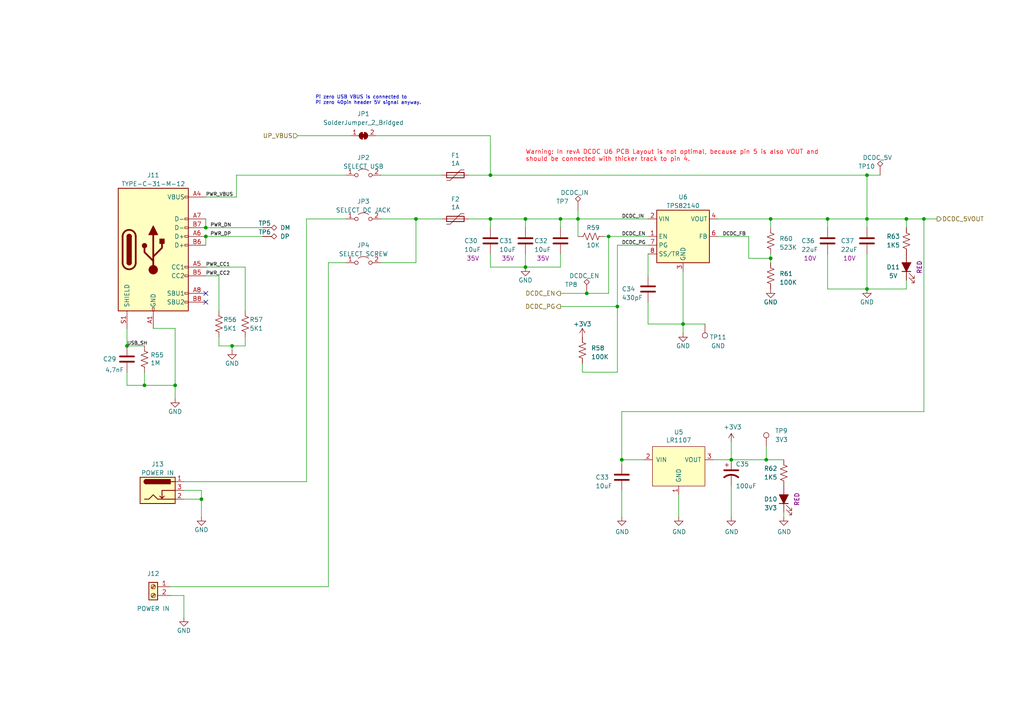
<source format=kicad_sch>
(kicad_sch (version 20230121) (generator eeschema)
  (paper "A4")
  (title_block (title "VoltHub7") (date "2024-01-26") (rev "A") (company "Voltlog") (comment 1 "All resistors are 1% unless otherwise mentioned.") (comment 2 "License GPLv3"))
  (lib_symbols
    (symbol "Connector:Barrel_Jack_Switch" (pin_names hide)
      (property "Reference" "J" (at 0 5.334 0))
      (property "Value" "Barrel_Jack_Switch" (at 0 -5.08 0))
      (symbol "Barrel_Jack_Switch_0_1"
        (rectangle (start -5.08 3.81) (end 5.08 -3.81) (stroke (width 0.254)) (fill (type background)))
        (arc (start -3.302 3.175) (mid -3.9343 2.54) (end -3.302 1.905) (stroke (width 0.254)))
        (arc (start -3.302 3.175) (mid -3.9343 2.54) (end -3.302 1.905) (stroke (width 0.254)) (fill (type outline)))
        (polyline (pts (xy 1.27 -2.286) (xy 1.905 -1.651)) (stroke (width 0.254)))
        (polyline (pts (xy 5.08 2.54) (xy 3.81 2.54)) (stroke (width 0.254)))
        (polyline (pts (xy 5.08 0) (xy 1.27 0) (xy 1.27 -2.286) (xy 0.635 -1.651)) (stroke (width 0.254)))
        (polyline (pts (xy -3.81 -2.54) (xy -2.54 -2.54) (xy -1.27 -1.27) (xy 0 -2.54) (xy 2.54 -2.54) (xy 5.08 -2.54)) (stroke (width 0.254)))
        (rectangle (start 3.683 3.175) (end -3.302 1.905) (stroke (width 0.254)) (fill (type outline)))
      )
      (symbol "Barrel_Jack_Switch_1_1"
        (pin passive line (at 7.62 2.54 180) (length 2.54) (name "~") (number "1"))
        (pin passive line (at 7.62 -2.54 180) (length 2.54) (name "~") (number "2"))
        (pin passive line (at 7.62 0 180) (length 2.54) (name "~") (number "3"))
      )
    )
    (symbol "Connector:Screw_Terminal_01x02" (pin_names (offset 1.016) hide)
      (property "Reference" "J" (at 0 2.54 0))
      (property "Value" "Screw_Terminal_01x02" (at 0 -5.08 0))
      (symbol "Screw_Terminal_01x02_1_1"
        (rectangle (start -1.27 1.27) (end 1.27 -3.81) (stroke (width 0.254)) (fill (type background)))
        (circle (center 0 -2.54) (radius 0.635) (stroke (width 0.1524)))
        (polyline (pts (xy -0.5334 -2.2098) (xy 0.3302 -3.048)) (stroke (width 0.1524)))
        (polyline (pts (xy -0.5334 0.3302) (xy 0.3302 -0.508)) (stroke (width 0.1524)))
        (polyline (pts (xy -0.3556 -2.032) (xy 0.508 -2.8702)) (stroke (width 0.1524)))
        (polyline (pts (xy -0.3556 0.508) (xy 0.508 -0.3302)) (stroke (width 0.1524)))
        (circle (center 0 0) (radius 0.635) (stroke (width 0.1524)))
        (pin passive line (at -5.08 0 0) (length 3.81) (name "Pin_1") (number "1"))
        (pin passive line (at -5.08 -2.54 0) (length 3.81) (name "Pin_2") (number "2"))
      )
    )
    (symbol "Connector:TestPoint" (pin_numbers hide) (pin_names (offset 0.762) hide)
      (property "Reference" "TP" (at 0 6.858 0))
      (property "Value" "TestPoint" (at 0 5.08 0))
      (symbol "TestPoint_0_1"
        (circle (center 0 3.302) (radius 0.762))
      )
      (symbol "TestPoint_1_1"
        (pin passive line (at 0 0 90) (length 2.54) (name "1") (number "1"))
      )
    )
    (symbol "Connector:TestPoint_Alt" (pin_numbers hide) (pin_names (offset 0.762) hide)
      (property "Reference" "TP" (at 0 6.858 0))
      (property "Value" "TestPoint_Alt" (at 0 5.08 0))
      (symbol "TestPoint_Alt_0_1"
        (polyline (pts (xy 0 2.54) (xy -0.762 3.302) (xy 0 4.064) (xy 0.762 3.302) (xy 0 2.54)))
      )
      (symbol "TestPoint_Alt_1_1"
        (pin passive line (at 0 0 90) (length 2.54) (name "1") (number "1"))
      )
    )
    (symbol "Device:C" (pin_numbers hide) (pin_names (offset 0.254))
      (property "Reference" "C" (at 0.635 2.54 0))
      (property "Value" "C" (at 0.635 -2.54 0))
      (symbol "C_0_1"
        (polyline (pts (xy -2.032 -0.762) (xy 2.032 -0.762)) (stroke (width 0.508)))
        (polyline (pts (xy -2.032 0.762) (xy 2.032 0.762)) (stroke (width 0.508)))
      )
      (symbol "C_1_1"
        (pin passive line (at 0 3.81 270) (length 2.794) (name "~") (number "1"))
        (pin passive line (at 0 -3.81 90) (length 2.794) (name "~") (number "2"))
      )
    )
    (symbol "Device:C_Polarized_US" (pin_numbers hide) (pin_names (offset 0.254) hide)
      (property "Reference" "C" (at 0.635 2.54 0))
      (property "Value" "C_Polarized_US" (at 0.635 -2.54 0))
      (symbol "C_Polarized_US_0_1"
        (polyline (pts (xy -2.032 0.762) (xy 2.032 0.762)) (stroke (width 0.508)))
        (polyline (pts (xy -1.778 2.286) (xy -0.762 2.286)))
        (polyline (pts (xy -1.27 1.778) (xy -1.27 2.794)))
        (arc (start 2.032 -1.27) (mid 0 -0.5572) (end -2.032 -1.27) (stroke (width 0.508)))
      )
      (symbol "C_Polarized_US_1_1"
        (pin passive line (at 0 3.81 270) (length 2.794) (name "~") (number "1"))
        (pin passive line (at 0 -3.81 90) (length 3.302) (name "~") (number "2"))
      )
    )
    (symbol "Device:LED_Filled" (pin_numbers hide) (pin_names (offset 1.016) hide)
      (property "Reference" "D" (at 0 2.54 0))
      (property "Value" "LED_Filled" (at 0 -2.54 0))
      (symbol "LED_Filled_0_1"
        (polyline (pts (xy -1.27 -1.27) (xy -1.27 1.27)) (stroke (width 0.254)))
        (polyline (pts (xy -1.27 0) (xy 1.27 0)))
        (polyline (pts (xy 1.27 -1.27) (xy 1.27 1.27) (xy -1.27 0) (xy 1.27 -1.27)) (stroke (width 0.254)) (fill (type outline)))
        (polyline (pts (xy -3.048 -0.762) (xy -4.572 -2.286) (xy -3.81 -2.286) (xy -4.572 -2.286) (xy -4.572 -1.524)))
        (polyline (pts (xy -1.778 -0.762) (xy -3.302 -2.286) (xy -2.54 -2.286) (xy -3.302 -2.286) (xy -3.302 -1.524)))
      )
      (symbol "LED_Filled_1_1"
        (pin passive line (at -3.81 0 0) (length 2.54) (name "K") (number "1"))
        (pin passive line (at 3.81 0 180) (length 2.54) (name "A") (number "2"))
      )
    )
    (symbol "Device:Polyfuse" (pin_numbers hide) (pin_names (offset 0))
      (property "Reference" "F" (at -2.54 0 90))
      (property "Value" "Polyfuse" (at 2.54 0 90))
      (symbol "Polyfuse_0_1"
        (rectangle (start -0.762 2.54) (end 0.762 -2.54) (stroke (width 0.254)))
        (polyline (pts (xy 0 2.54) (xy 0 -2.54)))
        (polyline (pts (xy -1.524 2.54) (xy -1.524 1.524) (xy 1.524 -1.524) (xy 1.524 -2.54)))
      )
      (symbol "Polyfuse_1_1"
        (pin passive line (at 0 3.81 270) (length 1.27) (name "~") (number "1"))
        (pin passive line (at 0 -3.81 90) (length 1.27) (name "~") (number "2"))
      )
    )
    (symbol "Device:R_US" (pin_numbers hide) (pin_names (offset 0))
      (property "Reference" "R" (at 2.54 0 90))
      (property "Value" "R_US" (at -2.54 0 90))
      (symbol "R_US_0_1"
        (polyline (pts (xy 0 -2.286) (xy 0 -2.54)))
        (polyline (pts (xy 0 2.286) (xy 0 2.54)))
        (polyline (pts (xy 0 -0.762) (xy 1.016 -1.143) (xy 0 -1.524) (xy -1.016 -1.905) (xy 0 -2.286)))
        (polyline (pts (xy 0 0.762) (xy 1.016 0.381) (xy 0 0) (xy -1.016 -0.381) (xy 0 -0.762)))
        (polyline (pts (xy 0 2.286) (xy 1.016 1.905) (xy 0 1.524) (xy -1.016 1.143) (xy 0 0.762)))
      )
      (symbol "R_US_1_1"
        (pin passive line (at 0 3.81 270) (length 1.27) (name "~") (number "1"))
        (pin passive line (at 0 -3.81 90) (length 1.27) (name "~") (number "2"))
      )
    )
    (symbol "Jumper:Jumper_2_Open" (pin_names (offset 0) hide)
      (property "Reference" "JP" (at 0 2.794 0))
      (property "Value" "Jumper_2_Open" (at 0 -2.286 0))
      (symbol "Jumper_2_Open_0_0"
        (circle (center -2.032 0) (radius 0.508))
        (circle (center 2.032 0) (radius 0.508))
      )
      (symbol "Jumper_2_Open_0_1"
        (arc (start 1.524 1.27) (mid 0 1.778) (end -1.524 1.27))
      )
      (symbol "Jumper_2_Open_1_1"
        (pin passive line (at -5.08 0 0) (length 2.54) (name "A") (number "1"))
        (pin passive line (at 5.08 0 180) (length 2.54) (name "B") (number "2"))
      )
    )
    (symbol "Jumper:SolderJumper_2_Bridged" (pin_names (offset 0) hide)
      (property "Reference" "JP" (at 0 2.032 0))
      (property "Value" "SolderJumper_2_Bridged" (at 0 -2.54 0))
      (symbol "SolderJumper_2_Bridged_0_1"
        (rectangle (start -0.508 0.508) (end 0.508 -0.508) (fill (type outline)))
        (arc (start -0.254 1.016) (mid -1.2656 0) (end -0.254 -1.016))
        (arc (start -0.254 1.016) (mid -1.2656 0) (end -0.254 -1.016) (fill (type outline)))
        (polyline (pts (xy -0.254 1.016) (xy -0.254 -1.016)))
        (polyline (pts (xy 0.254 1.016) (xy 0.254 -1.016)))
        (arc (start 0.254 -1.016) (mid 1.2656 0) (end 0.254 1.016))
        (arc (start 0.254 -1.016) (mid 1.2656 0) (end 0.254 1.016) (fill (type outline)))
      )
      (symbol "SolderJumper_2_Bridged_1_1"
        (pin passive line (at -3.81 0 0) (length 2.54) (name "A") (number "1"))
        (pin passive line (at 3.81 0 180) (length 2.54) (name "B") (number "2"))
      )
    )
    (symbol "Regulator_Switching:TPS82140"
      (property "Reference" "U" (at 1.27 11.43 0))
      (property "Value" "TPS82140" (at 5.08 8.89 0))
      (symbol "TPS82140_0_1"
        (rectangle (start -7.62 7.62) (end 7.62 -7.62) (stroke (width 0.254)) (fill (type background)))
      )
      (symbol "TPS82140_1_1"
        (pin input line (at -10.16 0 0) (length 2.54) (name "EN") (number "1"))
        (pin power_in line (at -10.16 5.08 0) (length 2.54) (name "VIN") (number "2"))
        (pin power_in line (at 0 -10.16 90) (length 2.54) (name "GND") (number "3"))
        (pin power_out line (at 10.16 5.08 180) (length 2.54) (name "VOUT") (number "4"))
        (pin passive line (at 10.16 5.08 180) (length 2.54) hide (name "VOUT") (number "5"))
        (pin input line (at 10.16 0 180) (length 2.54) (name "FB") (number "6"))
        (pin open_collector line (at -10.16 -2.54 0) (length 2.54) (name "PG") (number "7"))
        (pin input line (at -10.16 -5.08 0) (length 2.54) (name "SS/TR") (number "8"))
        (pin passive line (at 0 -10.16 90) (length 2.54) hide (name "GND") (number "9"))
      )
    )
    (symbol "Voltlog:USB_C_Receptacle_USB2.0" (pin_names (offset 1.016))
      (property "Reference" "J" (at -10.16 19.05 0))
      (property "Value" "USB_C_Receptacle_USB2.0" (at 19.05 19.05 0))
      (symbol "USB_C_Receptacle_USB2.0_0_0"
        (rectangle (start -0.254 -17.78) (end 0.254 -16.764))
        (rectangle (start 10.16 -14.986) (end 9.144 -15.494))
        (rectangle (start 10.16 -12.446) (end 9.144 -12.954))
        (rectangle (start 10.16 -7.366) (end 9.144 -7.874))
        (rectangle (start 10.16 -4.826) (end 9.144 -5.334))
        (rectangle (start 10.16 1.524) (end 9.144 1.016))
        (rectangle (start 10.16 4.064) (end 9.144 3.556))
        (rectangle (start 10.16 6.604) (end 9.144 6.096))
        (rectangle (start 10.16 9.144) (end 9.144 8.636))
        (rectangle (start 10.16 15.494) (end 9.144 14.986))
      )
      (symbol "USB_C_Receptacle_USB2.0_0_1"
        (rectangle (start -10.16 17.78) (end 10.16 -17.78) (stroke (width 0.254)) (fill (type background)))
        (arc (start -8.89 -3.81) (mid -6.985 -5.7067) (end -5.08 -3.81) (stroke (width 0.508)))
        (arc (start -7.62 -3.81) (mid -6.985 -4.4423) (end -6.35 -3.81) (stroke (width 0.254)))
        (arc (start -7.62 -3.81) (mid -6.985 -4.4423) (end -6.35 -3.81) (stroke (width 0.254)) (fill (type outline)))
        (rectangle (start -7.62 -3.81) (end -6.35 3.81) (stroke (width 0.254)) (fill (type outline)))
        (arc (start -6.35 3.81) (mid -6.985 4.4423) (end -7.62 3.81) (stroke (width 0.254)))
        (arc (start -6.35 3.81) (mid -6.985 4.4423) (end -7.62 3.81) (stroke (width 0.254)) (fill (type outline)))
        (arc (start -5.08 3.81) (mid -6.985 5.7067) (end -8.89 3.81) (stroke (width 0.508)))
        (circle (center -2.54 1.143) (radius 0.635) (stroke (width 0.254)) (fill (type outline)))
        (circle (center 0 -5.842) (radius 1.27) (fill (type outline)))
        (polyline (pts (xy -8.89 -3.81) (xy -8.89 3.81)) (stroke (width 0.508)))
        (polyline (pts (xy -5.08 3.81) (xy -5.08 -3.81)) (stroke (width 0.508)))
        (polyline (pts (xy 0 -5.842) (xy 0 4.318)) (stroke (width 0.508)))
        (polyline (pts (xy 0 -3.302) (xy -2.54 -0.762) (xy -2.54 0.508)) (stroke (width 0.508)))
        (polyline (pts (xy 0 -2.032) (xy 2.54 0.508) (xy 2.54 1.778)) (stroke (width 0.508)))
        (polyline (pts (xy -1.27 4.318) (xy 0 6.858) (xy 1.27 4.318) (xy -1.27 4.318)) (stroke (width 0.254)) (fill (type outline)))
        (rectangle (start 1.905 1.778) (end 3.175 3.048) (stroke (width 0.254)) (fill (type outline)))
      )
      (symbol "USB_C_Receptacle_USB2.0_1_1"
        (pin power_in line (at 0 -22.86 90) (length 5.08) (name "GND") (number "A1"))
        (pin passive line (at 0 -22.86 90) (length 5.08) hide (name "GND") (number "A12"))
        (pin power_in line (at 15.24 15.24 180) (length 5.08) (name "VBUS") (number "A4"))
        (pin bidirectional line (at 15.24 -5.08 180) (length 5.08) (name "CC1") (number "A5"))
        (pin bidirectional line (at 15.24 3.81 180) (length 5.08) (name "D+") (number "A6"))
        (pin bidirectional line (at 15.24 8.89 180) (length 5.08) (name "D-") (number "A7"))
        (pin bidirectional line (at 15.24 -12.7 180) (length 5.08) (name "SBU1") (number "A8"))
        (pin passive line (at 15.24 15.24 180) (length 5.08) hide (name "VBUS") (number "A9"))
        (pin passive line (at 0 -22.86 90) (length 5.08) hide (name "GND") (number "B1"))
        (pin passive line (at 0 -22.86 90) (length 5.08) hide (name "GND") (number "B12"))
        (pin passive line (at 15.24 15.24 180) (length 5.08) hide (name "VBUS") (number "B4"))
        (pin bidirectional line (at 15.24 -7.62 180) (length 5.08) (name "CC2") (number "B5"))
        (pin bidirectional line (at 15.24 1.27 180) (length 5.08) (name "D+") (number "B6"))
        (pin bidirectional line (at 15.24 6.35 180) (length 5.08) (name "D-") (number "B7"))
        (pin bidirectional line (at 15.24 -15.24 180) (length 5.08) (name "SBU2") (number "B8"))
        (pin passive line (at 15.24 15.24 180) (length 5.08) hide (name "VBUS") (number "B9"))
        (pin passive line (at -7.62 -22.86 90) (length 5.08) (name "SHIELD") (number "S1"))
      )
    )
    (symbol "power:+3V3" (power) (pin_names (offset 0))
      (property "Value" "+3V3" (at 0 3.556 0))
      (symbol "+3V3_0_1"
        (polyline (pts (xy -0.762 1.27) (xy 0 2.54)))
        (polyline (pts (xy 0 0) (xy 0 2.54)))
        (polyline (pts (xy 0 2.54) (xy 0.762 1.27)))
      )
      (symbol "+3V3_1_1"
        (pin power_in line (at 0 0 90) (length 0) hide (name "+3V3") (number "1"))
      )
    )
    (symbol "power:GND" (power) (pin_names (offset 0))
      (property "Value" "GND" (at 0 -3.81 0))
      (symbol "GND_0_1"
        (polyline (pts (xy 0 0) (xy 0 -1.27) (xy 1.27 -1.27) (xy 0 -2.54) (xy -1.27 -1.27) (xy 0 -1.27)))
      )
      (symbol "GND_1_1"
        (pin power_in line (at 0 0 270) (length 0) hide (name "GND") (number "1"))
      )
    )
    (symbol "voltlog:LR1107" (pin_names (offset 1.016))
      (property "Reference" "U" (at -6.35 6.35 0))
      (property "Value" "LR1107" (at 3.81 6.35 0))
      (symbol "LR1107_0_1"
        (rectangle (start -7.62 5.08) (end 7.62 -6.35) (fill (type background)))
      )
      (symbol "LR1107_1_1"
        (pin passive line (at 0 -8.89 90) (length 2.54) (name "GND") (number "1"))
        (pin power_in line (at -10.16 1.27 0) (length 2.54) (name "VIN") (number "2"))
        (pin power_out line (at 10.16 1.27 180) (length 2.54) (name "VOUT") (number "3"))
      )
    )
  )
  (junction (at 41.91 111.76))
  (junction (at 167.64 63.5))
  (junction (at 198.12 93.98))
  (junction (at 59.69 66.04))
  (junction (at 152.4 77.47))
  (junction (at 120.65 63.5))
  (junction (at 162.56 63.5))
  (junction (at 251.46 50.8))
  (junction (at 152.4 63.5))
  (junction (at 251.46 83.82))
  (junction (at 180.34 133.35))
  (junction (at 59.69 68.58))
  (junction (at 212.09 133.35))
  (junction (at 170.18 85.09))
  (junction (at 223.52 63.5))
  (junction (at 142.24 63.5))
  (junction (at 262.89 63.5))
  (junction (at 58.42 144.78))
  (junction (at 179.07 88.9))
  (junction (at 142.24 50.8))
  (junction (at 267.97 63.5))
  (junction (at 222.25 133.35))
  (junction (at 50.8 111.76))
  (junction (at 176.53 68.58))
  (junction (at 67.31 100.33))
  (junction (at 240.03 63.5))
  (junction (at 251.46 63.5))
  (junction (at 223.52 74.93))
  (junction (at 36.83 100.33))
  (no_connect (at 59.69 87.63))
  (no_connect (at 59.69 85.09))
  (wire (pts (xy 162.56 73.66) (xy 162.56 77.47)))
  (wire (pts (xy 180.34 119.38) (xy 180.34 133.35)))
  (wire (pts (xy 223.52 63.5) (xy 240.03 63.5)))
  (wire (pts (xy 120.65 76.2) (xy 120.65 63.5)))
  (wire (pts (xy 63.5 90.17) (xy 63.5 80.01)))
  (wire (pts (xy 176.53 85.09) (xy 176.53 68.58)))
  (wire (pts (xy 68.58 50.8) (xy 100.33 50.8)))
  (wire (pts (xy 63.5 80.01) (xy 59.69 80.01)))
  (wire (pts (xy 68.58 57.15) (xy 68.58 50.8)))
  (wire (pts (xy 207.01 133.35) (xy 212.09 133.35)))
  (wire (pts (xy 59.69 63.5) (xy 59.69 66.04)))
  (wire (pts (xy 152.4 77.47) (xy 142.24 77.47)))
  (wire (pts (xy 168.91 107.95) (xy 168.91 105.41)))
  (wire (pts (xy 142.24 63.5) (xy 142.24 66.04)))
  (wire (pts (xy 223.52 66.04) (xy 223.52 63.5)))
  (wire (pts (xy 212.09 133.35) (xy 222.25 133.35)))
  (wire (pts (xy 179.07 71.12) (xy 187.96 71.12)))
  (wire (pts (xy 162.56 77.47) (xy 152.4 77.47)))
  (wire (pts (xy 180.34 133.35) (xy 186.69 133.35)))
  (wire (pts (xy 41.91 107.95) (xy 41.91 111.76)))
  (wire (pts (xy 223.52 73.66) (xy 223.52 74.93)))
  (wire (pts (xy 59.69 68.58) (xy 76.2 68.58)))
  (wire (pts (xy 262.89 81.28) (xy 262.89 83.82)))
  (wire (pts (xy 251.46 83.82) (xy 240.03 83.82)))
  (wire (pts (xy 50.8 95.25) (xy 44.45 95.25)))
  (wire (pts (xy 142.24 50.8) (xy 251.46 50.8)))
  (wire (pts (xy 168.91 107.95) (xy 179.07 107.95)))
  (wire (pts (xy 198.12 93.98) (xy 198.12 96.52)))
  (wire (pts (xy 196.85 149.86) (xy 196.85 143.51)))
  (wire (pts (xy 179.07 71.12) (xy 179.07 88.9)))
  (wire (pts (xy 267.97 63.5) (xy 267.97 119.38)))
  (wire (pts (xy 176.53 68.58) (xy 187.96 68.58)))
  (wire (pts (xy 63.5 100.33) (xy 67.31 100.33)))
  (wire (pts (xy 50.8 111.76) (xy 50.8 115.57)))
  (wire (pts (xy 59.69 68.58) (xy 59.69 71.12)))
  (wire (pts (xy 63.5 97.79) (xy 63.5 100.33)))
  (wire (pts (xy 142.24 39.37) (xy 142.24 50.8)))
  (wire (pts (xy 187.96 93.98) (xy 198.12 93.98)))
  (wire (pts (xy 95.25 76.2) (xy 100.33 76.2)))
  (wire (pts (xy 120.65 63.5) (xy 128.27 63.5)))
  (wire (pts (xy 187.96 87.63) (xy 187.96 93.98)))
  (wire (pts (xy 110.49 76.2) (xy 120.65 76.2)))
  (wire (pts (xy 217.17 68.58) (xy 217.17 74.93)))
  (wire (pts (xy 262.89 83.82) (xy 251.46 83.82)))
  (wire (pts (xy 135.89 50.8) (xy 142.24 50.8)))
  (wire (pts (xy 59.69 77.47) (xy 71.12 77.47)))
  (wire (pts (xy 212.09 128.27) (xy 212.09 133.35)))
  (wire (pts (xy 208.28 63.5) (xy 223.52 63.5)))
  (wire (pts (xy 142.24 63.5) (xy 152.4 63.5)))
  (wire (pts (xy 110.49 63.5) (xy 120.65 63.5)))
  (wire (pts (xy 179.07 88.9) (xy 162.56 88.9)))
  (wire (pts (xy 67.31 100.33) (xy 71.12 100.33)))
  (wire (pts (xy 88.9 63.5) (xy 100.33 63.5)))
  (wire (pts (xy 162.56 85.09) (xy 170.18 85.09)))
  (wire (pts (xy 95.25 170.18) (xy 95.25 76.2)))
  (wire (pts (xy 222.25 129.54) (xy 222.25 133.35)))
  (wire (pts (xy 179.07 107.95) (xy 179.07 88.9)))
  (wire (pts (xy 53.34 142.24) (xy 58.42 142.24)))
  (wire (pts (xy 58.42 142.24) (xy 58.42 144.78)))
  (wire (pts (xy 49.53 172.72) (xy 53.34 172.72)))
  (wire (pts (xy 71.12 100.33) (xy 71.12 97.79)))
  (wire (pts (xy 262.89 63.5) (xy 251.46 63.5)))
  (wire (pts (xy 180.34 149.86) (xy 180.34 142.24)))
  (wire (pts (xy 167.64 63.5) (xy 167.64 68.58)))
  (wire (pts (xy 58.42 144.78) (xy 58.42 149.86)))
  (wire (pts (xy 222.25 133.35) (xy 227.33 133.35)))
  (wire (pts (xy 267.97 63.5) (xy 271.78 63.5)))
  (wire (pts (xy 110.49 50.8) (xy 128.27 50.8)))
  (wire (pts (xy 227.33 148.59) (xy 227.33 149.86)))
  (wire (pts (xy 167.64 63.5) (xy 187.96 63.5)))
  (wire (pts (xy 251.46 63.5) (xy 251.46 66.04)))
  (wire (pts (xy 262.89 63.5) (xy 267.97 63.5)))
  (wire (pts (xy 240.03 63.5) (xy 251.46 63.5)))
  (wire (pts (xy 142.24 77.47) (xy 142.24 73.66)))
  (wire (pts (xy 59.69 66.04) (xy 76.2 66.04)))
  (wire (pts (xy 175.26 68.58) (xy 176.53 68.58)))
  (wire (pts (xy 53.34 139.7) (xy 88.9 139.7)))
  (wire (pts (xy 135.89 63.5) (xy 142.24 63.5)))
  (wire (pts (xy 162.56 63.5) (xy 167.64 63.5)))
  (wire (pts (xy 251.46 50.8) (xy 251.46 63.5)))
  (wire (pts (xy 36.83 107.95) (xy 36.83 111.76)))
  (wire (pts (xy 152.4 63.5) (xy 152.4 66.04)))
  (wire (pts (xy 187.96 73.66) (xy 187.96 80.01)))
  (wire (pts (xy 251.46 73.66) (xy 251.46 83.82)))
  (wire (pts (xy 36.83 95.25) (xy 36.83 100.33)))
  (wire (pts (xy 240.03 73.66) (xy 240.03 83.82)))
  (wire (pts (xy 36.83 100.33) (xy 41.91 100.33)))
  (wire (pts (xy 217.17 74.93) (xy 223.52 74.93)))
  (wire (pts (xy 170.18 85.09) (xy 176.53 85.09)))
  (wire (pts (xy 71.12 77.47) (xy 71.12 90.17)))
  (wire (pts (xy 212.09 149.86) (xy 212.09 140.97)))
  (wire (pts (xy 251.46 50.8) (xy 255.27 50.8)))
  (wire (pts (xy 180.34 119.38) (xy 267.97 119.38)))
  (wire (pts (xy 88.9 139.7) (xy 88.9 63.5)))
  (wire (pts (xy 180.34 133.35) (xy 180.34 134.62)))
  (wire (pts (xy 198.12 93.98) (xy 198.12 78.74)))
  (wire (pts (xy 152.4 63.5) (xy 162.56 63.5)))
  (wire (pts (xy 152.4 73.66) (xy 152.4 77.47)))
  (wire (pts (xy 50.8 111.76) (xy 50.8 95.25)))
  (wire (pts (xy 240.03 63.5) (xy 240.03 66.04)))
  (wire (pts (xy 49.53 170.18) (xy 95.25 170.18)))
  (wire (pts (xy 53.34 144.78) (xy 58.42 144.78)))
  (wire (pts (xy 167.64 60.96) (xy 167.64 63.5)))
  (wire (pts (xy 223.52 74.93) (xy 223.52 76.2)))
  (wire (pts (xy 41.91 111.76) (xy 50.8 111.76)))
  (wire (pts (xy 109.22 39.37) (xy 142.24 39.37)))
  (wire (pts (xy 67.31 100.33) (xy 67.31 101.6)))
  (wire (pts (xy 208.28 68.58) (xy 217.17 68.58)))
  (wire (pts (xy 162.56 63.5) (xy 162.56 66.04)))
  (wire (pts (xy 53.34 172.72) (xy 53.34 179.07)))
  (wire (pts (xy 262.89 66.04) (xy 262.89 63.5)))
  (wire (pts (xy 198.12 93.98) (xy 204.47 93.98)))
  (wire (pts (xy 86.36 39.37) (xy 101.6 39.37)))
  (wire (pts (xy 36.83 111.76) (xy 41.91 111.76)))
  (wire (pts (xy 59.69 57.15) (xy 68.58 57.15)))
  (text "Pi zero USB VBUS is connected to \nPi zero 40pin header 5V signal anyway." (at 91.44 30.48 0) (effects (font (size 1 1)) (justify left bottom)))
  (text "Warning: In revA DCDC U6 PCB Layout is not optimal, because pin 5 is also VOUT and\nshould be connected with thicker track to pin 4." (at 152.4 46.99 0) (effects (font (size 1.27 1.27)) (justify left bottom)))
  (label "DCDC_IN" (at 180.34 63.5 0) (effects (font (size 1 1))))
  (label "PWR_VBUS" (at 59.69 57.15 0) (effects (font (size 1 1))))
  (label "DCDC_PG" (at 180.34 71.12 0) (effects (font (size 1 1))))
  (label "PWR_DP" (at 60.96 68.58 0) (effects (font (size 1 1))))
  (label "PWR_CC1" (at 59.69 77.47 0) (effects (font (size 1 1))))
  (label "PWR_DN" (at 60.96 66.04 0) (effects (font (size 1 1))))
  (label "DCDC_FB" (at 209.55 68.58 0) (effects (font (size 1 1))))
  (label "PWR_CC2" (at 59.69 80.01 0) (effects (font (size 1 1))))
  (label "DCDC_EN" (at 180.34 68.58 0) (effects (font (size 1 1))))
  (label "USB_SH" (at 36.83 100.33 0) (effects (font (size 1 1))))
  (hierarchical_label "UP_VBUS" (shape input) (at 86.36 39.37 180))
  (hierarchical_label "DCDC_EN" (shape output) (at 162.56 85.09 180))
  (hierarchical_label "DCDC_PG" (shape output) (at 162.56 88.9 180))
  (hierarchical_label "DCDC_5VOUT" (shape output) (at 271.78 63.5 0))
  (symbol (lib_id "power:GND") (at 251.46 83.82 0) (unit 1)
    (property "Reference" "#PWR050" (effects hide))
    (property "Value" "GND" (at 251.46 87.63 0))
  )
  (symbol (lib_id "power:GND") (at 53.34 179.07 0) (unit 1)
    (property "Reference" "#PWR038" (effects hide))
    (property "Value" "GND" (at 53.34 182.88 0))
  )
  (symbol (lib_id "power:GND") (at 198.12 96.52 0) (unit 1)
    (property "Reference" "#PWR045" (effects hide))
    (property "Value" "GND" (at 198.12 100.33 0))
  )
  (symbol (lib_id "Connector:TestPoint") (at 222.25 129.54 0) (unit 1) (in_bom no)
    (property "Reference" "TP9" (at 224.79 124.9679 0) (effects (justify left)))
    (property "Value" "3V3" (at 224.79 127.5079 0) (effects (justify left)))
    (property "Footprint" "TestPoint:TestPoint_Pad_D1.0mm" (effects hide))
    (instances (project "volthub7" (path "" (reference "TP9") (unit 1))) (project "tracker-pro" (path "" (reference "TP10") (unit 1))))
  )
  (symbol (lib_id "Device:R_US") (at 171.45 68.58 270) (unit 1)
    (property "Reference" "R59" (at 173.99 66.04 90) (effects (justify right)))
    (property "Value" "10K" (at 173.99 71.12 90) (effects (justify right)))
    (property "Footprint" "Resistor_SMD:R_0603_1608Metric" (effects hide))
    (property "LCSC" "C25804" (effects hide))
  )
  (symbol (lib_id "Device:C") (at 162.56 69.85 0) (unit 1)
    (property "Reference" "C32" (at 154.94 69.85 0) (effects (justify left)))
    (property "Value" "10uF" (at 154.94 72.39 0) (effects (justify left)))
    (property "Footprint" "Capacitor_SMD:C_0805_2012Metric" (effects hide))
    (property "LCSC" "C162422" (effects hide))
    (property "PN" "GRM21BR6YA106KE43L" (effects hide))
    (property "Voltage" "35V" (at 157.48 74.93 0))
    (instances (project "volthub7" (path "" (reference "C32") (unit 1))) (project "tracker-pro" (path "" (reference "C7") (unit 1))))
  )
  (symbol (lib_id "Device:Polyfuse") (at 132.08 50.8 270) (unit 1)
    (property "Reference" "F1" (at 132.08 45.085 90))
    (property "Value" "1A" (at 132.08 47.3964 90))
    (property "Footprint" "Fuse:Fuse_0805_2012Metric" (effects hide))
    (property "Datasheet" "https://datasheet.lcsc.com/lcsc/1912111437_Jinrui-Electronic-Materials-Co--JK-SMD0805-100_C369152.pdf" (effects hide))
    (property "LCSC" "C369152" (effects hide))
    (property "PN" "JK-SMD0805-100" (effects hide))
  )
  (symbol (lib_id "Device:C") (at 251.46 69.85 0) (unit 1)
    (property "Reference" "C37" (at 243.84 69.85 0) (effects (justify left)))
    (property "Value" "22uF" (at 243.84 72.39 0) (effects (justify left)))
    (property "Footprint" "Capacitor_SMD:C_0805_2012Metric" (effects hide))
    (property "LCSC" "C29277" (effects hide))
    (property "PN" "CL21A226MPQNNNE" (effects hide))
    (property "Voltage" "10V" (at 246.38 74.93 0))
    (instances (project "volthub7" (path "" (reference "C37") (unit 1))) (project "tracker-pro" (path "" (reference "C7") (unit 1))))
  )
  (symbol (lib_id "Device:C") (at 180.34 138.43 0) (unit 1)
    (property "Reference" "C33" (at 172.72 138.43 0) (effects (justify left)))
    (property "Value" "10uF" (at 172.72 140.97 0) (effects (justify left)))
    (property "Footprint" "Capacitor_SMD:C_0805_2012Metric" (effects hide))
    (property "LCSC" "C162422" (effects hide))
    (property "PN" "GRM21BR6YA106KE43L" (effects hide))
    (property "Voltage" "35V" (effects hide))
    (instances (project "volthub7" (path "" (reference "C33") (unit 1))) (project "tracker-pro" (path "" (reference "C7") (unit 1))))
  )
  (symbol (lib_id "Connector:TestPoint_Alt") (at 255.27 50.8 0) (unit 1) (in_bom no)
    (property "Reference" "TP10" (at 248.92 48.26 0) (effects (justify left)))
    (property "Value" "DCDC_5V" (at 250.19 45.72 0) (effects (justify left)))
    (property "Footprint" "TestPoint:TestPoint_Pad_D1.0mm" (effects hide))
  )
  (symbol (lib_id "Connector:Screw_Terminal_01x02") (at 44.45 170.18 0) (mirror y) (unit 1)
    (property "Reference" "J12" (at 44.45 166.37 0))
    (property "Value" "POWER IN" (at 44.45 176.53 0))
    (property "Footprint" "TerminalBlock_RND:TerminalBlock_RND_205-00287_1x02_P5.08mm_Horizontal" (effects hide))
  )
  (symbol (lib_id "power:GND") (at 223.52 83.82 0) (unit 1)
    (property "Reference" "#PWR048" (effects hide))
    (property "Value" "GND" (at 223.52 87.63 0))
  )
  (symbol (lib_id "power:GND") (at 50.8 115.57 0) (unit 1)
    (property "Reference" "#PWR037" (effects hide))
    (property "Value" "GND" (at 50.8 119.38 0))
  )
  (symbol (lib_id "Connector:TestPoint_Alt") (at 167.64 60.96 0) (unit 1) (in_bom no)
    (property "Reference" "TP7" (at 161.29 58.42 0) (effects (justify left)))
    (property "Value" "DCDC_IN" (at 162.56 55.88 0) (effects (justify left)))
    (property "Footprint" "TestPoint:TestPoint_Pad_D1.0mm" (effects hide))
  )
  (symbol (lib_id "power:GND") (at 212.09 149.86 0) (unit 1)
    (property "Reference" "#PWR047" (effects hide))
    (property "Value" "GND" (at 212.217 154.2542 0))
    (instances (project "volthub7" (path "" (reference "#PWR047") (unit 1))) (project "tracker-pro" (path "" (reference "#PWR055") (unit 1))))
  )
  (symbol (lib_id "Device:LED_Filled") (at 262.89 77.47 90) (unit 1)
    (property "Reference" "D11" (at 259.08 77.47 90))
    (property "Value" "5V" (at 259.08 80.01 90))
    (property "Footprint" "LED_SMD:LED_0603_1608Metric" (effects hide))
    (property "Color" "RED" (at 266.7 77.47 0))
    (property "LCSC" "C193902" (effects hide))
    (property "PN" "NCD0603R5" (effects hide))
  )
  (symbol (lib_id "Device:R_US") (at 71.12 93.98 180) (unit 1)
    (property "Reference" "R57" (at 72.39 92.71 0) (effects (justify right)))
    (property "Value" "5K1" (at 72.39 95.25 0) (effects (justify right)))
    (property "Footprint" "Resistor_SMD:R_0603_1608Metric" (effects hide))
  )
  (symbol (lib_id "Device:Polyfuse") (at 132.08 63.5 270) (unit 1)
    (property "Reference" "F2" (at 132.08 57.785 90))
    (property "Value" "1A" (at 132.08 60.0964 90))
    (property "Footprint" "Fuse:Fuse_0805_2012Metric" (effects hide))
    (property "Datasheet" "https://datasheet.lcsc.com/lcsc/1912111437_Jinrui-Electronic-Materials-Co--JK-SMD0805-100_C369152.pdf" (effects hide))
    (property "LCSC" "C369152" (effects hide))
    (property "PN" "JK-SMD0805-100" (effects hide))
    (instances (project "volthub7" (path "" (reference "F2") (unit 1))) (project "tracker-pro" (path "" (reference "F1") (unit 1))))
  )
  (symbol (lib_id "Device:R_US") (at 168.91 101.6 180) (unit 1)
    (property "Reference" "R58" (at 171.45 100.965 0) (effects (justify right)))
    (property "Value" "100K" (at 171.45 103.505 0) (effects (justify right)))
    (property "Footprint" "Resistor_SMD:R_0603_1608Metric" (effects hide))
    (property "LCSC" "C25803" (effects hide))
  )
  (symbol (lib_id "Device:C") (at 142.24 69.85 0) (unit 1)
    (property "Reference" "C30" (at 134.62 69.85 0) (effects (justify left)))
    (property "Value" "10uF" (at 134.62 72.39 0) (effects (justify left)))
    (property "Footprint" "Capacitor_SMD:C_0805_2012Metric" (effects hide))
    (property "LCSC" "C162422" (effects hide))
    (property "PN" "GRM21BR6YA106KE43L" (effects hide))
    (property "Voltage" "35V" (at 137.16 74.93 0))
    (instances (project "volthub7" (path "" (reference "C30") (unit 1))) (project "tracker-pro" (path "" (reference "C7") (unit 1))))
  )
  (symbol (lib_id "Jumper:Jumper_2_Open") (at 105.41 50.8 0) (unit 1)
    (property "Reference" "JP2" (at 105.41 45.72 0))
    (property "Value" "SELECT USB" (at 105.41 48.26 0))
    (property "Footprint" "Connector_PinHeader_2.54mm:PinHeader_1x02_P2.54mm_Vertical" (effects hide))
  )
  (symbol (lib_id "Device:R_US") (at 227.33 137.16 180) (unit 1)
    (property "Reference" "R62" (at 223.52 135.89 0))
    (property "Value" "1K5" (at 223.52 138.43 0))
    (property "Footprint" "Resistor_SMD:R_0603_1608Metric" (effects hide))
    (property "LCSC" "C21190" (effects hide))
  )
  (symbol (lib_id "Device:R_US") (at 223.52 69.85 180) (unit 1)
    (property "Reference" "R60" (at 226.06 69.215 0) (effects (justify right)))
    (property "Value" "523K" (at 226.06 71.755 0) (effects (justify right)))
    (property "Footprint" "Resistor_SMD:R_0603_1608Metric" (effects hide))
    (property "LCSC" "C5126197" (effects hide))
  )
  (symbol (lib_id "power:GND") (at 67.31 101.6 0) (unit 1)
    (property "Reference" "#PWR040" (effects hide))
    (property "Value" "GND" (at 67.31 105.41 0))
  )
  (symbol (lib_id "Connector:TestPoint_Alt") (at 170.18 85.09 0) (unit 1) (in_bom no)
    (property "Reference" "TP8" (at 163.83 82.55 0) (effects (justify left)))
    (property "Value" "DCDC_EN" (at 165.1 80.01 0) (effects (justify left)))
    (property "Footprint" "TestPoint:TestPoint_Pad_D1.0mm" (effects hide))
  )
  (symbol (lib_id "Device:R_US") (at 63.5 93.98 180) (unit 1)
    (property "Reference" "R56" (at 64.77 92.71 0) (effects (justify right)))
    (property "Value" "5K1" (at 64.77 95.25 0) (effects (justify right)))
    (property "Footprint" "Resistor_SMD:R_0603_1608Metric" (effects hide))
  )
  (symbol (lib_id "Device:R_US") (at 262.89 69.85 180) (unit 1)
    (property "Reference" "R63" (at 259.08 68.58 0))
    (property "Value" "1K5" (at 259.08 71.12 0))
    (property "Footprint" "Resistor_SMD:R_0603_1608Metric" (effects hide))
  )
  (symbol (lib_id "Device:R_US") (at 223.52 80.01 180) (unit 1)
    (property "Reference" "R61" (at 226.06 79.375 0) (effects (justify right)))
    (property "Value" "100K" (at 226.06 81.915 0) (effects (justify right)))
    (property "Footprint" "Resistor_SMD:R_0603_1608Metric" (effects hide))
    (property "LCSC" "C25803" (effects hide))
  )
  (symbol (lib_id "Connector:TestPoint_Alt") (at 76.2 66.04 270) (unit 1) (in_bom no)
    (property "Reference" "TP5" (at 74.93 64.77 90) (effects (justify left)))
    (property "Value" "DM" (at 81.28 66.04 90) (effects (justify left)))
    (property "Footprint" "TestPoint:TestPoint_Pad_D1.0mm" (effects hide))
  )
  (symbol (lib_id "Device:C_Polarized_US") (at 212.09 137.16 0) (unit 1)
    (property "Reference" "C35" (at 213.36 134.62 0) (effects (justify left)))
    (property "Value" "100uF" (at 213.36 140.97 0) (effects (justify left)))
    (property "Footprint" "Capacitor_SMD:CP_Elec_6.3x5.8" (effects hide))
    (property "Voltage" "10V" (effects hide))
    (property "LCSC" "C340720" (effects hide))
    (instances (project "volthub7" (path "" (reference "C35") (unit 1))) (project "tracker-pro" (path "" (reference "C29") (unit 1))))
  )
  (symbol (lib_id "power:GND") (at 196.85 149.86 0) (unit 1)
    (property "Reference" "#PWR044" (effects hide))
    (property "Value" "GND" (at 196.977 154.2542 0))
    (instances (project "volthub7" (path "" (reference "#PWR044") (unit 1))) (project "tracker-pro" (path "" (reference "#PWR052") (unit 1))))
  )
  (symbol (lib_id "Device:C") (at 152.4 69.85 0) (unit 1)
    (property "Reference" "C31" (at 144.78 69.85 0) (effects (justify left)))
    (property "Value" "10uF" (at 144.78 72.39 0) (effects (justify left)))
    (property "Footprint" "Capacitor_SMD:C_0805_2012Metric" (effects hide))
    (property "LCSC" "C162422" (effects hide))
    (property "PN" "GRM21BR6YA106KE43L" (effects hide))
    (property "Voltage" "35V" (at 147.32 74.93 0))
    (instances (project "volthub7" (path "" (reference "C31") (unit 1))) (project "tracker-pro" (path "" (reference "C7") (unit 1))))
  )
  (symbol (lib_id "power:+3V3") (at 212.09 128.27 0) (unit 1)
    (property "Reference" "#PWR046" (effects hide))
    (property "Value" "+3V3" (at 212.471 123.8758 0))
    (instances (project "volthub7" (path "" (reference "#PWR046") (unit 1))) (project "tracker-pro" (path "" (reference "#PWR054") (unit 1))))
  )
  (symbol (lib_id "power:GND") (at 152.4 77.47 0) (unit 1)
    (property "Reference" "#PWR041" (effects hide))
    (property "Value" "GND" (at 152.4 81.28 0))
  )
  (symbol (lib_id "Device:LED_Filled") (at 227.33 144.78 90) (unit 1)
    (property "Reference" "D10" (at 223.52 144.78 90))
    (property "Value" "3V3" (at 223.52 147.32 90))
    (property "Footprint" "LED_SMD:LED_0603_1608Metric" (effects hide))
    (property "Color" "RED" (at 231.14 144.78 0))
    (property "LCSC" "C193902" (effects hide))
    (property "PN" "NCD0603R5" (effects hide))
  )
  (symbol (lib_id "power:GND") (at 180.34 149.86 0) (unit 1)
    (property "Reference" "#PWR043" (effects hide))
    (property "Value" "GND" (at 180.467 154.2542 0))
    (instances (project "volthub7" (path "" (reference "#PWR043") (unit 1))) (project "tracker-pro" (path "" (reference "#PWR050") (unit 1))))
  )
  (symbol (lib_id "Jumper:Jumper_2_Open") (at 105.41 76.2 0) (unit 1)
    (property "Reference" "JP4" (at 105.41 71.12 0))
    (property "Value" "SELECT SCREW" (at 105.41 73.66 0))
    (property "Footprint" "Connector_PinHeader_2.54mm:PinHeader_1x02_P2.54mm_Vertical" (effects hide))
  )
  (symbol (lib_id "Connector:TestPoint_Alt") (at 76.2 68.58 270) (unit 1) (in_bom no)
    (property "Reference" "TP6" (at 74.93 67.31 90) (effects (justify left)))
    (property "Value" "DP" (at 81.28 68.58 90) (effects (justify left)))
    (property "Footprint" "TestPoint:TestPoint_Pad_D1.0mm" (effects hide))
  )
  (symbol (lib_id "Voltlog:USB_C_Receptacle_USB2.0") (at 44.45 72.39 0) (unit 1)
    (property "Reference" "J11" (at 44.45 50.8 0))
    (property "Value" "TYPE-C-31-M-12" (at 44.45 53.34 0))
    (property "Footprint" "Voltlog:USB_C_Receptacle_HRO_TYPE-C-31-M-12" (effects hide))
    (property "Datasheet" "https://www.usb.org/sites/default/files/documents/usb_type-c.zip" (effects hide))
    (property "LCSC" "C165948" (effects hide))
  )
  (symbol (lib_id "Device:C") (at 240.03 69.85 0) (unit 1)
    (property "Reference" "C36" (at 232.41 69.85 0) (effects (justify left)))
    (property "Value" "22uF" (at 232.41 72.39 0) (effects (justify left)))
    (property "Footprint" "Capacitor_SMD:C_0805_2012Metric" (effects hide))
    (property "LCSC" "C29277" (effects hide))
    (property "PN" "CL21A226MPQNNNE" (effects hide))
    (property "Voltage" "10V" (at 234.95 74.93 0))
    (instances (project "volthub7" (path "" (reference "C36") (unit 1))) (project "tracker-pro" (path "" (reference "C7") (unit 1))))
  )
  (symbol (lib_id "Device:R_US") (at 41.91 104.14 0) (unit 1)
    (property "Reference" "R55" (at 43.6372 102.9716 0) (effects (justify left)))
    (property "Value" "1M" (at 43.6372 105.283 0) (effects (justify left)))
    (property "Footprint" "Resistor_SMD:R_1206_3216Metric" (effects hide))
    (instances (project "volthub7" (path "" (reference "R55") (unit 1))) (project "tracker-pro" (path "" (reference "R4") (unit 1))))
  )
  (symbol (lib_id "power:+3V3") (at 168.91 97.79 0) (unit 1)
    (property "Reference" "#PWR042" (effects hide))
    (property "Value" "+3V3" (at 168.91 93.98 0))
  )
  (symbol (lib_id "Jumper:Jumper_2_Open") (at 105.41 63.5 0) (unit 1)
    (property "Reference" "JP3" (at 105.41 58.42 0))
    (property "Value" "SELECT DC JACK" (at 105.41 60.96 0))
    (property "Footprint" "Connector_PinHeader_2.54mm:PinHeader_1x02_P2.54mm_Vertical" (effects hide))
  )
  (symbol (lib_id "voltlog:LR1107") (at 196.85 134.62 0) (unit 1)
    (property "Reference" "U5" (at 196.85 125.349 0))
    (property "Value" "LR1107" (at 196.85 127.6604 0))
    (property "Footprint" "Package_TO_SOT_SMD:SOT-89-3" (effects hide))
    (property "Datasheet" "https://datasheet.lcsc.com/lcsc/1809251634_UTC-Unisonic-Tech-LR1107G-33-AB3-C-R_C171498.pdf" (effects hide))
    (property "LCSC" "C171498" (effects hide))
    (property "PN" "LR1107G-33-AB3-C-R" (effects hide))
    (instances (project "volthub7" (path "" (reference "U5") (unit 1))) (project "tracker-pro" (path "" (reference "U7") (unit 1))))
  )
  (symbol (lib_id "Jumper:SolderJumper_2_Bridged") (at 105.41 39.37 0) (unit 1) (in_bom no)
    (property "Reference" "JP1" (at 105.41 33.02 0))
    (property "Value" "SolderJumper_2_Bridged" (at 105.41 35.56 0))
    (property "Footprint" "Jumper:SolderJumper-2_P1.3mm_Bridged_RoundedPad1.0x1.5mm" (effects hide))
  )
  (symbol (lib_id "Device:C") (at 187.96 83.82 0) (unit 1)
    (property "Reference" "C34" (at 180.34 83.82 0) (effects (justify left)))
    (property "Value" "430pF" (at 180.34 86.36 0) (effects (justify left)))
    (property "Footprint" "Capacitor_SMD:C_0603_1608Metric" (effects hide))
    (property "LCSC" "C309472" (effects hide))
    (instances (project "volthub7" (path "" (reference "C34") (unit 1))) (project "tracker-pro" (path "" (reference "C7") (unit 1))))
  )
  (symbol (lib_id "Connector:TestPoint") (at 204.47 93.98 180) (unit 1)
    (property "Reference" "TP11" (at 208.28 97.79 0))
    (property "Value" "GND" (at 208.28 100.33 0))
    (property "Footprint" "TestPoint:TestPoint_Keystone_5019_Minature" (effects hide))
    (property "LCSC" "C238131" (effects hide))
  )
  (symbol (lib_id "Device:C") (at 36.83 104.14 0) (unit 1)
    (property "Reference" "C29" (at 29.845 104.14 0) (effects (justify left)))
    (property "Value" "4.7nF" (at 30.48 107.315 0) (effects (justify left)))
    (property "Footprint" "Capacitor_SMD:C_1206_3216Metric" (effects hide))
    (property "LCSC" "C107198" (effects hide))
    (property "PN" "CC1206KKX7RCBB472" (effects hide))
    (instances (project "volthub7" (path "" (reference "C29") (unit 1))) (project "tracker-pro" (path "" (reference "C7") (unit 1))))
  )
  (symbol (lib_id "power:GND") (at 58.42 149.86 0) (unit 1)
    (property "Reference" "#PWR039" (effects hide))
    (property "Value" "GND" (at 58.42 153.67 0))
  )
  (symbol (lib_id "Connector:Barrel_Jack_Switch") (at 45.72 142.24 0) (unit 1)
    (property "Reference" "J13" (at 45.72 134.62 0))
    (property "Value" "POWER IN" (at 45.72 137.16 0))
    (property "Footprint" "Connector_BarrelJack:BarrelJack_CLIFF_FC681465S_SMT_Horizontal" (effects hide))
    (property "Datasheet" "https://datasheet.lcsc.com/lcsc/2204071430_CIKI-DC-050-2-5_C2987414.pdf" (effects hide))
    (property "PN" "DC-050-2.5" (effects hide))
    (property "LCSC" "C2987414" (effects hide))
    (instances (project "volthub7" (path "" (reference "J13") (unit 1))) (project "Voltlog Microscope PDU" (path "" (reference "J1") (unit 1))))
  )
  (symbol (lib_id "Regulator_Switching:TPS82140") (at 198.12 68.58 0) (unit 1)
    (property "Reference" "U6" (at 198.12 57.15 0))
    (property "Value" "TPS82140" (at 198.12 59.69 0))
    (property "Footprint" "Package_LGA:Texas_SIL0008D_MicroSiP-8-1EP_2.8x3mm_P0.65mm_EP1.1x1.9mm" (effects hide))
    (property "Datasheet" "http://www.ti.com/lit/ds/symlink/tps82140.pdf" (effects hide))
  )
  (symbol (lib_id "power:GND") (at 227.33 149.86 0) (unit 1)
    (property "Reference" "#PWR049" (effects hide))
    (property "Value" "GND" (at 227.457 154.2542 0))
    (instances (project "volthub7" (path "" (reference "#PWR049") (unit 1))) (project "tracker-pro" (path "" (reference "#PWR055") (unit 1))))
  )
)
</source>
